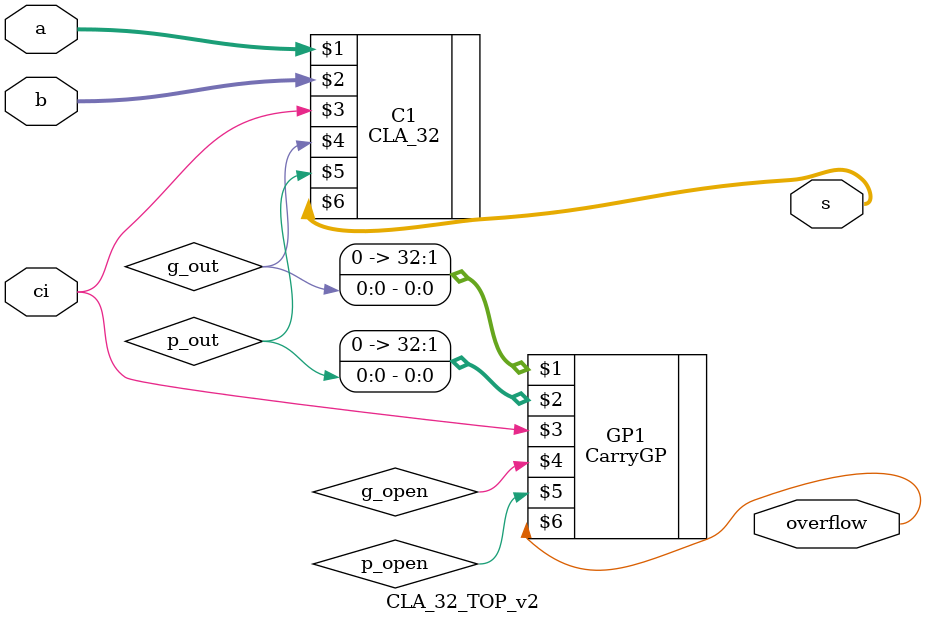
<source format=v>

`timescale 1ns / 1ps

module CLA_32_TOP_v2(
    input  [31:0] a, b,
    input  ci,
    output [31:0] s,
    output overflow);
    
    wire g_out, p_out; // internal wires
    wire g_open, p_open;
    
    // CLA32
    CLA_32 C1(a, b, ci, g_out, p_out, s); // use cla_32 module
    
    // Carry GP (g, p, c_in, g_out, p_out, c_out)
    CarryGP GP1({0, g_out}, {0, p_out}, ci, g_open, p_open, overflow);
endmodule
</source>
